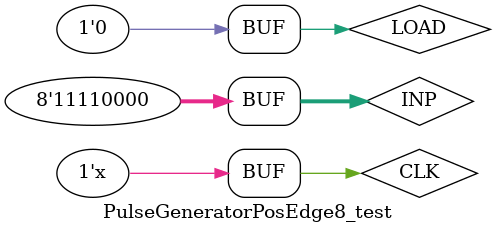
<source format=v>

`timescale 1ns / 1ps

module SRLatchWithoutEnable_test();
    reg S;
    reg R;
    
    wire Q;
    wire Qneg;
    
    SRLatchWithoutEnable uut(S, R, Q, Qneg);
    
    initial begin
        S = 0; R = 0; #25;
        S = 1; R = 0; #25;
        S = 0; R = 1; #25;
        S = 1; R = 1; #25;
    end
endmodule

module SRLatchWithEnable_test();
    reg S;
    reg R;
    reg Enable;
    
    wire Q;
    wire Qneg;
    
    SRLatchWithEnable uut(S, R, Enable, Q, Qneg);
    
    initial begin
        S = 0; R = 0; Enable = 0; #25;
        S = 0; R = 0; Enable = 1; #25;
        S = 1; R = 0; Enable = 0; #25;
        S = 1; R = 0; Enable = 1; #25;
        S = 0; R = 1; Enable = 0; #25;
        S = 0; R = 1; Enable = 1; #25;
        S = 1; R = 1; Enable = 0; #25;
        S = 1; R = 1; Enable = 1; #25;
    end
endmodule

module DFlipFlopPosEdge_test();
    reg D;
    reg CLK;
    
    wire Q;
    wire Qneg;
    
    DFlipFlopPosEdge uut(D, CLK, Q, Qneg);
    
    initial begin
        CLK = 0; #5;
        D = 0; #5;
        CLK = 1; #5;
        D = 1; #5;
        CLK = 0; # 5;
        CLK = 1; #5;
    end
endmodule

module JKFlipFlopPosEdge_test();
    reg J;
    reg K;
    reg CLK;
    
    wire Q;
    wire Qneg;
    
    JKFlipFlopPosEdge uut(J, K, CLK, Q, Qneg);
    
    initial begin
        CLK = 0; #1;
        J = 0; K = 0; #5;
        J = 1; K = 0; #5;
        J = 0; K = 1; #5;
        J = 1; K = 1; #5;
    end
    
    always begin
        CLK = ~CLK; #2;
    end
endmodule

module AsyncUpCounterPosEdge4_test();
    reg CLK;
            
    wire Q0;
    wire Q1;
    wire Q2;
    wire Q3;
    
    assign Q0 = 0;
    assign Q1 = 0;
    assign Q2 = 0;
    assign Q3 = 0;
    
    AsyncUpCounterPosEdge4 uut(.CLK(CLK), .Q0(Q0), .Q1(Q1), .Q2(Q2), .Q3(Q3));
    
    initial begin
        CLK = 0; #5;
    end
    
    always begin
        CLK = ~CLK; #15;
    end
endmodule

module SyncUpCounterPosEdge4_test();
    reg CLK;
            
    wire Q0;
    wire Q1;
    wire Q2;
    wire Q3;
    
    assign Q0 = 0;
    assign Q1 = 0;
    assign Q2 = 0;
    assign Q3 = 0;
    
    SyncUpCounterPosEdge4 uut(.CLK(CLK), .Q0(Q0), .Q1(Q1), .Q2(Q2), .Q3(Q3));
    
    initial begin
        CLK = 0; #5;
    end
    
    always begin
        CLK = ~CLK; #15;
    end
endmodule

module PulseGeneratorPosEdge8_test();
    reg[7:0] INP;
    reg CLK;
    reg LOAD;
    
    wire Q;
    
    PulseGeneratorPosEdge8 uut(INP, CLK, LOAD, Q);
    
    initial begin
        CLK = 0; #5;
        INP <= 8'b11110000; #5;
        LOAD = 1; #5;
        LOAD = 0; #20;
    end
    
    always begin
        CLK = ~CLK; #100;
    end
endmodule
</source>
